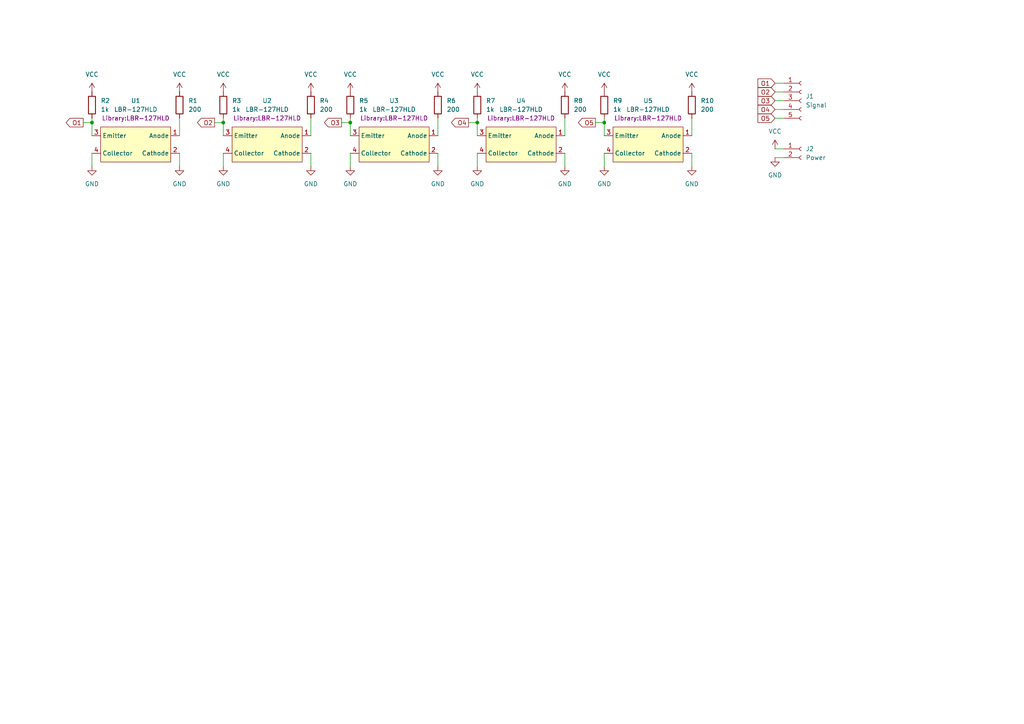
<source format=kicad_sch>
(kicad_sch (version 20250114) (generator "eeschema") (generator_version "9.0")
  (paper "A4")
  (lib_symbols
    (symbol "Connector:Conn_01x02_Socket" (pin_names (offset 1.016) (hide yes))
      (property "Reference" "J" (at 0 2.54 0))
      (property "Value" "Conn_01x02_Socket" (at 0 -5.08 0))
      (symbol "Conn_01x02_Socket_1_1"
        (polyline (pts (xy -1.27 0) (xy -0.508 0)) (stroke (width 0.1524)))
        (polyline (pts (xy -1.27 -2.54) (xy -0.508 -2.54)) (stroke (width 0.1524)))
        (arc (start 0 -0.508) (mid -0.5058 0) (end 0 0.508) (stroke (width 0.1524)))
        (arc (start 0 -3.048) (mid -0.5058 -2.54) (end 0 -2.032) (stroke (width 0.1524)))
        (pin passive line (at -5.08 0 0) (length 3.81) (name "Pin_1") (number "1"))
        (pin passive line (at -5.08 -2.54 0) (length 3.81) (name "Pin_2") (number "2"))
      )
    )
    (symbol "Connector:Conn_01x05_Socket" (pin_names (offset 1.016) (hide yes))
      (property "Reference" "J" (at 0 7.62 0))
      (property "Value" "Conn_01x05_Socket" (at 0 -7.62 0))
      (symbol "Conn_01x05_Socket_1_1"
        (polyline (pts (xy -1.27 5.08) (xy -0.508 5.08)) (stroke (width 0.1524)))
        (polyline (pts (xy -1.27 2.54) (xy -0.508 2.54)) (stroke (width 0.1524)))
        (polyline (pts (xy -1.27 0) (xy -0.508 0)) (stroke (width 0.1524)))
        (polyline (pts (xy -1.27 -2.54) (xy -0.508 -2.54)) (stroke (width 0.1524)))
        (polyline (pts (xy -1.27 -5.08) (xy -0.508 -5.08)) (stroke (width 0.1524)))
        (arc (start 0 4.572) (mid -0.5058 5.08) (end 0 5.588) (stroke (width 0.1524)))
        (arc (start 0 2.032) (mid -0.5058 2.54) (end 0 3.048) (stroke (width 0.1524)))
        (arc (start 0 -0.508) (mid -0.5058 0) (end 0 0.508) (stroke (width 0.1524)))
        (arc (start 0 -3.048) (mid -0.5058 -2.54) (end 0 -2.032) (stroke (width 0.1524)))
        (arc (start 0 -5.588) (mid -0.5058 -5.08) (end 0 -4.572) (stroke (width 0.1524)))
        (pin passive line (at -5.08 5.08 0) (length 3.81) (name "Pin_1") (number "1"))
        (pin passive line (at -5.08 2.54 0) (length 3.81) (name "Pin_2") (number "2"))
        (pin passive line (at -5.08 0 0) (length 3.81) (name "Pin_3") (number "3"))
        (pin passive line (at -5.08 -2.54 0) (length 3.81) (name "Pin_4") (number "4"))
        (pin passive line (at -5.08 -5.08 0) (length 3.81) (name "Pin_5") (number "5"))
      )
    )
    (symbol "Device:R" (pin_numbers (hide yes)) (pin_names (offset 0))
      (property "Reference" "R" (at 2.032 0 90))
      (property "Value" "R" (at 0 0 90))
      (symbol "R_0_1"
        (rectangle (start -1.016 -2.54) (end 1.016 2.54) (stroke (width 0.254)))
      )
      (symbol "R_1_1"
        (pin passive line (at 0 3.81 270) (length 1.27) (name "~") (number "1"))
        (pin passive line (at 0 -3.81 90) (length 1.27) (name "~") (number "2"))
      )
    )
    (symbol "LBR-127HLD:LBR-127HLD"
      (property "Reference" "U" (at 0 8.89 0))
      (property "Value" "LBR-127HLD" (at 0 6.35 0))
      (property "Footprint" "Library:LBR-127HLD" (at 1.27 -6.35 0))
      (symbol "LBR-127HLD_1_1"
        (rectangle (start -10.16 5.08) (end 10.16 -5.08) (fill (type background)))
        (pin input line (at -12.7 2.54 0) (length 2.54) (name "Emitter") (number "3"))
        (pin output line (at -12.7 -2.54 0) (length 2.54) (name "Collector") (number "4"))
        (pin input line (at 12.7 2.54 180) (length 2.54) (name "Anode") (number "1"))
        (pin output line (at 12.7 -2.54 180) (length 2.54) (name "Cathode") (number "2"))
      )
    )
    (symbol "power:GND" (power) (pin_numbers (hide yes)) (pin_names (offset 0) (hide yes))
      (property "Value" "GND" (at 0 -3.81 0))
      (symbol "GND_0_1"
        (polyline (pts (xy 0 0) (xy 0 -1.27) (xy 1.27 -1.27) (xy 0 -2.54) (xy -1.27 -1.27) (xy 0 -1.27)))
      )
      (symbol "GND_1_1"
        (pin power_in line (at 0 0 270) (length 0) (name "~") (number "1"))
      )
    )
    (symbol "power:VCC" (power) (pin_numbers (hide yes)) (pin_names (offset 0) (hide yes))
      (property "Value" "VCC" (at 0 3.556 0))
      (symbol "VCC_0_1"
        (polyline (pts (xy -0.762 1.27) (xy 0 2.54)))
        (polyline (pts (xy 0 2.54) (xy 0.762 1.27)))
        (polyline (pts (xy 0 0) (xy 0 2.54)))
      )
      (symbol "VCC_1_1"
        (pin power_in line (at 0 0 90) (length 0) (name "~") (number "1"))
      )
    )
  )
  (junction (at 26.67 35.56))
  (junction (at 138.43 35.56))
  (junction (at 64.77 35.56))
  (junction (at 101.6 35.56))
  (junction (at 175.26 35.56))
  (bus_entry (at 250.19 -17.78) (size 2.54 2.54))
  (wire (pts (xy 224.79 31.75) (xy 227.33 31.75)))
  (wire (pts (xy 101.6 44.45) (xy 101.6 48.26)))
  (wire (pts (xy 26.67 44.45) (xy 26.67 48.26)))
  (wire (pts (xy 200.66 44.45) (xy 200.66 48.26)))
  (wire (pts (xy 101.6 34.29) (xy 101.6 35.56)))
  (wire (pts (xy 101.6 35.56) (xy 101.6 39.37)))
  (wire (pts (xy 224.79 43.18) (xy 227.33 43.18)))
  (wire (pts (xy 224.79 45.72) (xy 227.33 45.72)))
  (wire (pts (xy 64.77 44.45) (xy 64.77 48.26)))
  (wire (pts (xy 64.77 34.29) (xy 64.77 35.56)))
  (wire (pts (xy 90.17 34.29) (xy 90.17 39.37)))
  (wire (pts (xy 52.07 44.45) (xy 52.07 48.26)))
  (wire (pts (xy 138.43 44.45) (xy 138.43 48.26)))
  (wire (pts (xy 224.79 34.29) (xy 227.33 34.29)))
  (wire (pts (xy 224.79 29.21) (xy 227.33 29.21)))
  (wire (pts (xy 127 44.45) (xy 127 48.26)))
  (wire (pts (xy 172.72 35.56) (xy 175.26 35.56)))
  (wire (pts (xy 163.83 34.29) (xy 163.83 39.37)))
  (wire (pts (xy 26.67 35.56) (xy 26.67 39.37)))
  (wire (pts (xy 64.77 35.56) (xy 64.77 39.37)))
  (wire (pts (xy 52.07 34.29) (xy 52.07 39.37)))
  (wire (pts (xy 26.67 34.29) (xy 26.67 35.56)))
  (wire (pts (xy 175.26 44.45) (xy 175.26 48.26)))
  (wire (pts (xy 62.23 35.56) (xy 64.77 35.56)))
  (wire (pts (xy 24.13 35.56) (xy 26.67 35.56)))
  (wire (pts (xy 127 34.29) (xy 127 39.37)))
  (wire (pts (xy 138.43 35.56) (xy 138.43 39.37)))
  (wire (pts (xy 138.43 34.29) (xy 138.43 35.56)))
  (wire (pts (xy 175.26 35.56) (xy 175.26 39.37)))
  (wire (pts (xy 175.26 34.29) (xy 175.26 35.56)))
  (wire (pts (xy 135.89 35.56) (xy 138.43 35.56)))
  (wire (pts (xy 200.66 34.29) (xy 200.66 39.37)))
  (wire (pts (xy 99.06 35.56) (xy 101.6 35.56)))
  (wire (pts (xy 163.83 44.45) (xy 163.83 48.26)))
  (wire (pts (xy 224.79 26.67) (xy 227.33 26.67)))
  (wire (pts (xy 224.79 24.13) (xy 227.33 24.13)))
  (wire (pts (xy 90.17 44.45) (xy 90.17 48.26)))
  (global_label "O1" (shape input) (at 224.79 24.13 180) (property "Intersheetrefs" "${INTERSHEET_REFS}" (effects (hide yes))))
  (global_label "O2" (shape output) (at 62.23 35.56 180) (property "Intersheetrefs" "${INTERSHEET_REFS}" (effects (hide yes))))
  (global_label "O5" (shape output) (at 172.72 35.56 180) (property "Intersheetrefs" "${INTERSHEET_REFS}" (effects (hide yes))))
  (global_label "O1" (shape output) (at 24.13 35.56 180) (property "Intersheetrefs" "${INTERSHEET_REFS}" (effects (hide yes))))
  (global_label "O4" (shape output) (at 135.89 35.56 180) (property "Intersheetrefs" "${INTERSHEET_REFS}" (effects (hide yes))))
  (global_label "O5" (shape input) (at 224.79 34.29 180) (property "Intersheetrefs" "${INTERSHEET_REFS}" (effects (hide yes))))
  (global_label "O3" (shape input) (at 224.79 29.21 180) (property "Intersheetrefs" "${INTERSHEET_REFS}" (effects (hide yes))))
  (global_label "O3" (shape output) (at 99.06 35.56 180) (property "Intersheetrefs" "${INTERSHEET_REFS}" (effects (hide yes))))
  (global_label "O4" (shape input) (at 224.79 31.75 180) (property "Intersheetrefs" "${INTERSHEET_REFS}" (effects (hide yes))))
  (global_label "O2" (shape input) (at 224.79 26.67 180) (property "Intersheetrefs" "${INTERSHEET_REFS}" (effects (hide yes))))
  (symbol (lib_id "power:GND") (at 52.07 48.26 0) (unit 1)
    (property "Reference" "#PWR02" (effects (hide yes)))
    (property "Value" "GND" (at 52.07 53.34 0))
    (property "Description" "Power symbol creates a global label with name \"GND\" , ground" (effects (hide yes)))
  )
  (symbol (lib_id "power:VCC") (at 163.83 26.67 0) (unit 1)
    (property "Reference" "#PWR015" (effects (hide yes)))
    (property "Value" "VCC" (at 163.83 21.59 0))
    (property "Description" "Power symbol creates a global label with name \"VCC\"" (effects (hide yes)))
  )
  (symbol (lib_id "power:GND") (at 26.67 48.26 0) (unit 1)
    (property "Reference" "#PWR04" (effects (hide yes)))
    (property "Value" "GND" (at 26.67 53.34 0))
    (property "Description" "Power symbol creates a global label with name \"GND\" , ground" (effects (hide yes)))
  )
  (symbol (lib_id "power:GND") (at 64.77 48.26 0) (unit 1)
    (property "Reference" "#PWR06" (effects (hide yes)))
    (property "Value" "GND" (at 64.77 53.34 0))
    (property "Description" "Power symbol creates a global label with name \"GND\" , ground" (effects (hide yes)))
  )
  (symbol (lib_id "power:GND") (at 163.83 48.26 0) (unit 1)
    (property "Reference" "#PWR016" (effects (hide yes)))
    (property "Value" "GND" (at 163.83 53.34 0))
    (property "Description" "Power symbol creates a global label with name \"GND\" , ground" (effects (hide yes)))
  )
  (symbol (lib_id "power:GND") (at 90.17 48.26 0) (unit 1)
    (property "Reference" "#PWR08" (effects (hide yes)))
    (property "Value" "GND" (at 90.17 53.34 0))
    (property "Description" "Power symbol creates a global label with name \"GND\" , ground" (effects (hide yes)))
  )
  (symbol (lib_id "power:VCC") (at 127 26.67 0) (unit 1)
    (property "Reference" "#PWR011" (effects (hide yes)))
    (property "Value" "VCC" (at 127 21.59 0))
    (property "Description" "Power symbol creates a global label with name \"VCC\"" (effects (hide yes)))
  )
  (symbol (lib_id "power:GND") (at 175.26 48.26 0) (unit 1)
    (property "Reference" "#PWR018" (effects (hide yes)))
    (property "Value" "GND" (at 175.26 53.34 0))
    (property "Description" "Power symbol creates a global label with name \"GND\" , ground" (effects (hide yes)))
  )
  (symbol (lib_id "LBR-127HLD:LBR-127HLD") (at 77.47 41.91 0) (unit 1)
    (property "Reference" "U2" (at 77.47 29.21 0))
    (property "Value" "LBR-127HLD" (at 77.47 31.75 0))
    (property "Footprint" "Library:LBR-127HLD" (at 77.47 34.29 0))
    (property "Datasheet" "https://www.letex.com.tw/page/product/download.ashx?num=474" (effects (hide yes)))
    (property "Description" "A reflective object sensor. Made by Letex Technology Corp." (effects (hide yes)))
  )
  (symbol (lib_id "power:VCC") (at 90.17 26.67 0) (unit 1)
    (property "Reference" "#PWR07" (effects (hide yes)))
    (property "Value" "VCC" (at 90.17 21.59 0))
    (property "Description" "Power symbol creates a global label with name \"VCC\"" (effects (hide yes)))
  )
  (symbol (lib_id "power:VCC") (at 101.6 26.67 0) (unit 1)
    (property "Reference" "#PWR09" (effects (hide yes)))
    (property "Value" "VCC" (at 101.6 21.59 0))
    (property "Description" "Power symbol creates a global label with name \"VCC\"" (effects (hide yes)))
  )
  (symbol (lib_id "Device:R") (at 52.07 30.48 0) (unit 1)
    (property "Reference" "R1" (at 54.61 29.2099 0) (effects (justify left)))
    (property "Value" "200" (at 54.61 31.7499 0) (effects (justify left)))
    (property "Footprint" "Resistor_THT:R_Axial_DIN0207_L6.3mm_D2.5mm_P10.16mm_Horizontal" (effects (hide yes)))
    (property "Description" "Resistor" (effects (hide yes)))
  )
  (symbol (lib_id "LBR-127HLD:LBR-127HLD") (at 187.96 41.91 0) (unit 1)
    (property "Reference" "U5" (at 187.96 29.21 0))
    (property "Value" "LBR-127HLD" (at 187.96 31.75 0))
    (property "Footprint" "Library:LBR-127HLD" (at 187.96 34.29 0))
    (property "Datasheet" "https://www.letex.com.tw/page/product/download.ashx?num=474" (effects (hide yes)))
    (property "Description" "A reflective object sensor. Made by Letex Technology Corp." (effects (hide yes)))
  )
  (symbol (lib_id "Device:R") (at 64.77 30.48 0) (unit 1)
    (property "Reference" "R3" (at 67.31 29.2099 0) (effects (justify left)))
    (property "Value" "1k" (at 67.31 31.7499 0) (effects (justify left)))
    (property "Footprint" "Resistor_THT:R_Axial_DIN0207_L6.3mm_D2.5mm_P10.16mm_Horizontal" (effects (hide yes)))
    (property "Description" "Resistor" (effects (hide yes)))
  )
  (symbol (lib_id "power:GND") (at 224.79 45.72 0) (unit 1)
    (property "Reference" "#PWR022" (effects (hide yes)))
    (property "Value" "GND" (at 224.79 50.8 0))
    (property "Description" "Power symbol creates a global label with name \"GND\" , ground" (effects (hide yes)))
  )
  (symbol (lib_id "Device:R") (at 90.17 30.48 0) (unit 1)
    (property "Reference" "R4" (at 92.71 29.2099 0) (effects (justify left)))
    (property "Value" "200" (at 92.71 31.7499 0) (effects (justify left)))
    (property "Footprint" "Resistor_THT:R_Axial_DIN0207_L6.3mm_D2.5mm_P10.16mm_Horizontal" (effects (hide yes)))
    (property "Description" "Resistor" (effects (hide yes)))
  )
  (symbol (lib_id "Device:R") (at 138.43 30.48 0) (unit 1)
    (property "Reference" "R7" (at 140.97 29.2099 0) (effects (justify left)))
    (property "Value" "1k" (at 140.97 31.7499 0) (effects (justify left)))
    (property "Footprint" "Resistor_THT:R_Axial_DIN0207_L6.3mm_D2.5mm_P10.16mm_Horizontal" (effects (hide yes)))
    (property "Description" "Resistor" (effects (hide yes)))
  )
  (symbol (lib_id "power:VCC") (at 200.66 26.67 0) (unit 1)
    (property "Reference" "#PWR019" (effects (hide yes)))
    (property "Value" "VCC" (at 200.66 21.59 0))
    (property "Description" "Power symbol creates a global label with name \"VCC\"" (effects (hide yes)))
  )
  (symbol (lib_id "Device:R") (at 200.66 30.48 0) (unit 1)
    (property "Reference" "R10" (at 203.2 29.2099 0) (effects (justify left)))
    (property "Value" "200" (at 203.2 31.7499 0) (effects (justify left)))
    (property "Footprint" "Resistor_THT:R_Axial_DIN0207_L6.3mm_D2.5mm_P10.16mm_Horizontal" (effects (hide yes)))
    (property "Description" "Resistor" (effects (hide yes)))
  )
  (symbol (lib_id "power:GND") (at 101.6 48.26 0) (unit 1)
    (property "Reference" "#PWR010" (effects (hide yes)))
    (property "Value" "GND" (at 101.6 53.34 0))
    (property "Description" "Power symbol creates a global label with name \"GND\" , ground" (effects (hide yes)))
  )
  (symbol (lib_id "Device:R") (at 26.67 30.48 0) (unit 1)
    (property "Reference" "R2" (at 29.21 29.2099 0) (effects (justify left)))
    (property "Value" "1k" (at 29.21 31.7499 0) (effects (justify left)))
    (property "Footprint" "Resistor_THT:R_Axial_DIN0207_L6.3mm_D2.5mm_P10.16mm_Horizontal" (effects (hide yes)))
    (property "Description" "Resistor" (effects (hide yes)))
  )
  (symbol (lib_id "LBR-127HLD:LBR-127HLD") (at 39.37 41.91 0) (unit 1)
    (property "Reference" "U1" (at 39.37 29.21 0))
    (property "Value" "LBR-127HLD" (at 39.37 31.75 0))
    (property "Footprint" "Library:LBR-127HLD" (at 39.37 34.29 0))
    (property "Datasheet" "https://www.letex.com.tw/page/product/download.ashx?num=474" (effects (hide yes)))
    (property "Description" "A reflective object sensor. Made by Letex Technology Corp." (effects (hide yes)))
  )
  (symbol (lib_id "LBR-127HLD:LBR-127HLD") (at 151.13 41.91 0) (unit 1)
    (property "Reference" "U4" (at 151.13 29.21 0))
    (property "Value" "LBR-127HLD" (at 151.13 31.75 0))
    (property "Footprint" "Library:LBR-127HLD" (at 151.13 34.29 0))
    (property "Datasheet" "https://www.letex.com.tw/page/product/download.ashx?num=474" (effects (hide yes)))
    (property "Description" "A reflective object sensor. Made by Letex Technology Corp." (effects (hide yes)))
  )
  (symbol (lib_id "power:VCC") (at 175.26 26.67 0) (unit 1)
    (property "Reference" "#PWR017" (effects (hide yes)))
    (property "Value" "VCC" (at 175.26 21.59 0))
    (property "Description" "Power symbol creates a global label with name \"VCC\"" (effects (hide yes)))
  )
  (symbol (lib_id "Device:R") (at 163.83 30.48 0) (unit 1)
    (property "Reference" "R8" (at 166.37 29.2099 0) (effects (justify left)))
    (property "Value" "200" (at 166.37 31.7499 0) (effects (justify left)))
    (property "Footprint" "Resistor_THT:R_Axial_DIN0207_L6.3mm_D2.5mm_P10.16mm_Horizontal" (effects (hide yes)))
    (property "Description" "Resistor" (effects (hide yes)))
  )
  (symbol (lib_id "Device:R") (at 127 30.48 0) (unit 1)
    (property "Reference" "R6" (at 129.54 29.2099 0) (effects (justify left)))
    (property "Value" "200" (at 129.54 31.7499 0) (effects (justify left)))
    (property "Footprint" "Resistor_THT:R_Axial_DIN0207_L6.3mm_D2.5mm_P10.16mm_Horizontal" (effects (hide yes)))
    (property "Description" "Resistor" (effects (hide yes)))
  )
  (symbol (lib_id "Connector:Conn_01x02_Socket") (at 232.41 43.18 0) (unit 1)
    (property "Reference" "J2" (at 233.68 43.1799 0) (effects (justify left)))
    (property "Value" "Power" (at 233.68 45.7199 0) (effects (justify left)))
    (property "Footprint" "Connector_PinSocket_2.54mm:PinSocket_1x02_P2.54mm_Vertical" (effects (hide yes)))
    (property "Description" "Generic connector, single row, 01x02, script generated" (effects (hide yes)))
  )
  (symbol (lib_id "power:GND") (at 200.66 48.26 0) (unit 1)
    (property "Reference" "#PWR020" (effects (hide yes)))
    (property "Value" "GND" (at 200.66 53.34 0))
    (property "Description" "Power symbol creates a global label with name \"GND\" , ground" (effects (hide yes)))
  )
  (symbol (lib_id "power:VCC") (at 26.67 26.67 0) (unit 1)
    (property "Reference" "#PWR03" (effects (hide yes)))
    (property "Value" "VCC" (at 26.67 21.59 0))
    (property "Description" "Power symbol creates a global label with name \"VCC\"" (effects (hide yes)))
  )
  (symbol (lib_id "Connector:Conn_01x05_Socket") (at 232.41 29.21 0) (unit 1)
    (property "Reference" "J1" (at 233.68 27.9399 0) (effects (justify left)))
    (property "Value" "Signal" (at 233.68 30.4799 0) (effects (justify left)))
    (property "Footprint" "Connector_PinSocket_2.54mm:PinSocket_1x05_P2.54mm_Vertical" (effects (hide yes)))
    (property "Description" "Generic connector, single row, 01x05, script generated" (effects (hide yes)))
  )
  (symbol (lib_id "power:VCC") (at 224.79 43.18 0) (unit 1)
    (property "Reference" "#PWR021" (effects (hide yes)))
    (property "Value" "VCC" (at 224.79 38.1 0))
    (property "Description" "Power symbol creates a global label with name \"VCC\"" (effects (hide yes)))
  )
  (symbol (lib_id "Device:R") (at 175.26 30.48 0) (unit 1)
    (property "Reference" "R9" (at 177.8 29.2099 0) (effects (justify left)))
    (property "Value" "1k" (at 177.8 31.7499 0) (effects (justify left)))
    (property "Footprint" "Resistor_THT:R_Axial_DIN0207_L6.3mm_D2.5mm_P10.16mm_Horizontal" (effects (hide yes)))
    (property "Description" "Resistor" (effects (hide yes)))
  )
  (symbol (lib_id "Device:R") (at 101.6 30.48 0) (unit 1)
    (property "Reference" "R5" (at 104.14 29.2099 0) (effects (justify left)))
    (property "Value" "1k" (at 104.14 31.7499 0) (effects (justify left)))
    (property "Footprint" "Resistor_THT:R_Axial_DIN0207_L6.3mm_D2.5mm_P10.16mm_Horizontal" (effects (hide yes)))
    (property "Description" "Resistor" (effects (hide yes)))
  )
  (symbol (lib_id "power:VCC") (at 64.77 26.67 0) (unit 1)
    (property "Reference" "#PWR05" (effects (hide yes)))
    (property "Value" "VCC" (at 64.77 21.59 0))
    (property "Description" "Power symbol creates a global label with name \"VCC\"" (effects (hide yes)))
  )
  (symbol (lib_id "power:GND") (at 138.43 48.26 0) (unit 1)
    (property "Reference" "#PWR014" (effects (hide yes)))
    (property "Value" "GND" (at 138.43 53.34 0))
    (property "Description" "Power symbol creates a global label with name \"GND\" , ground" (effects (hide yes)))
  )
  (symbol (lib_id "power:VCC") (at 138.43 26.67 0) (unit 1)
    (property "Reference" "#PWR013" (effects (hide yes)))
    (property "Value" "VCC" (at 138.43 21.59 0))
    (property "Description" "Power symbol creates a global label with name \"VCC\"" (effects (hide yes)))
  )
  (symbol (lib_id "power:VCC") (at 52.07 26.67 0) (unit 1)
    (property "Reference" "#PWR01" (effects (hide yes)))
    (property "Value" "VCC" (at 52.07 21.59 0))
    (property "Description" "Power symbol creates a global label with name \"VCC\"" (effects (hide yes)))
  )
  (symbol (lib_id "power:GND") (at 127 48.26 0) (unit 1)
    (property "Reference" "#PWR012" (effects (hide yes)))
    (property "Value" "GND" (at 127 53.34 0))
    (property "Description" "Power symbol creates a global label with name \"GND\" , ground" (effects (hide yes)))
  )
  (symbol (lib_id "LBR-127HLD:LBR-127HLD") (at 114.3 41.91 0) (unit 1)
    (property "Reference" "U3" (at 114.3 29.21 0))
    (property "Value" "LBR-127HLD" (at 114.3 31.75 0))
    (property "Footprint" "Library:LBR-127HLD" (at 114.3 34.29 0))
    (property "Datasheet" "https://www.letex.com.tw/page/product/download.ashx?num=474" (effects (hide yes)))
    (property "Description" "A reflective object sensor. Made by Letex Technology Corp." (effects (hide yes)))
  )
)
</source>
